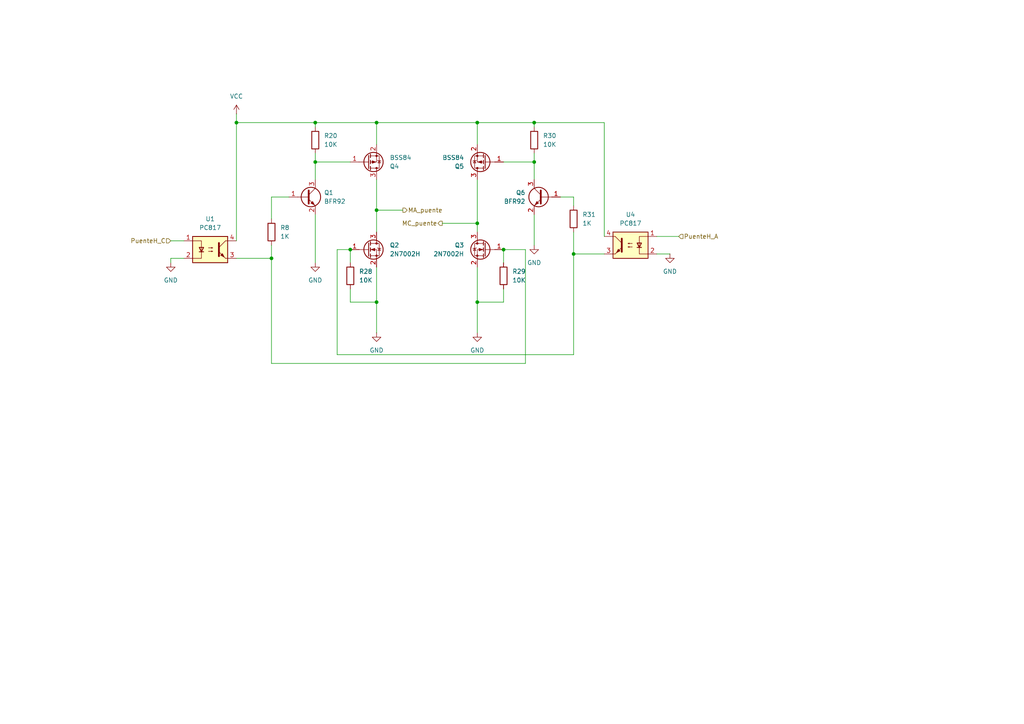
<source format=kicad_sch>
(kicad_sch
	(version 20250114)
	(generator "eeschema")
	(generator_version "9.0")
	(uuid "f60f8e2e-10b7-47d8-add0-f26129faff34")
	(paper "A4")
	(lib_symbols
		(symbol "Device:R"
			(pin_numbers
				(hide yes)
			)
			(pin_names
				(offset 0)
			)
			(exclude_from_sim no)
			(in_bom yes)
			(on_board yes)
			(property "Reference" "R"
				(at 2.032 0 90)
				(effects
					(font
						(size 1.27 1.27)
					)
				)
			)
			(property "Value" "R"
				(at 0 0 90)
				(effects
					(font
						(size 1.27 1.27)
					)
				)
			)
			(property "Footprint" ""
				(at -1.778 0 90)
				(effects
					(font
						(size 1.27 1.27)
					)
					(hide yes)
				)
			)
			(property "Datasheet" "~"
				(at 0 0 0)
				(effects
					(font
						(size 1.27 1.27)
					)
					(hide yes)
				)
			)
			(property "Description" "Resistor"
				(at 0 0 0)
				(effects
					(font
						(size 1.27 1.27)
					)
					(hide yes)
				)
			)
			(property "ki_keywords" "R res resistor"
				(at 0 0 0)
				(effects
					(font
						(size 1.27 1.27)
					)
					(hide yes)
				)
			)
			(property "ki_fp_filters" "R_*"
				(at 0 0 0)
				(effects
					(font
						(size 1.27 1.27)
					)
					(hide yes)
				)
			)
			(symbol "R_0_1"
				(rectangle
					(start -1.016 -2.54)
					(end 1.016 2.54)
					(stroke
						(width 0.254)
						(type default)
					)
					(fill
						(type none)
					)
				)
			)
			(symbol "R_1_1"
				(pin passive line
					(at 0 3.81 270)
					(length 1.27)
					(name "~"
						(effects
							(font
								(size 1.27 1.27)
							)
						)
					)
					(number "1"
						(effects
							(font
								(size 1.27 1.27)
							)
						)
					)
				)
				(pin passive line
					(at 0 -3.81 90)
					(length 1.27)
					(name "~"
						(effects
							(font
								(size 1.27 1.27)
							)
						)
					)
					(number "2"
						(effects
							(font
								(size 1.27 1.27)
							)
						)
					)
				)
			)
			(embedded_fonts no)
		)
		(symbol "Isolator:PC817"
			(pin_names
				(offset 1.016)
			)
			(exclude_from_sim no)
			(in_bom yes)
			(on_board yes)
			(property "Reference" "U"
				(at -5.08 5.08 0)
				(effects
					(font
						(size 1.27 1.27)
					)
					(justify left)
				)
			)
			(property "Value" "PC817"
				(at 0 5.08 0)
				(effects
					(font
						(size 1.27 1.27)
					)
					(justify left)
				)
			)
			(property "Footprint" "Package_DIP:DIP-4_W7.62mm"
				(at -5.08 -5.08 0)
				(effects
					(font
						(size 1.27 1.27)
						(italic yes)
					)
					(justify left)
					(hide yes)
				)
			)
			(property "Datasheet" "http://www.soselectronic.cz/a_info/resource/d/pc817.pdf"
				(at 0 0 0)
				(effects
					(font
						(size 1.27 1.27)
					)
					(justify left)
					(hide yes)
				)
			)
			(property "Description" "DC Optocoupler, Vce 35V, CTR 50-300%, DIP-4"
				(at 0 0 0)
				(effects
					(font
						(size 1.27 1.27)
					)
					(hide yes)
				)
			)
			(property "ki_keywords" "NPN DC Optocoupler"
				(at 0 0 0)
				(effects
					(font
						(size 1.27 1.27)
					)
					(hide yes)
				)
			)
			(property "ki_fp_filters" "DIP*W7.62mm*"
				(at 0 0 0)
				(effects
					(font
						(size 1.27 1.27)
					)
					(hide yes)
				)
			)
			(symbol "PC817_0_1"
				(rectangle
					(start -5.08 3.81)
					(end 5.08 -3.81)
					(stroke
						(width 0.254)
						(type default)
					)
					(fill
						(type background)
					)
				)
				(polyline
					(pts
						(xy -5.08 2.54) (xy -2.54 2.54) (xy -2.54 -0.635)
					)
					(stroke
						(width 0)
						(type default)
					)
					(fill
						(type none)
					)
				)
				(polyline
					(pts
						(xy -3.175 -0.635) (xy -1.905 -0.635)
					)
					(stroke
						(width 0.254)
						(type default)
					)
					(fill
						(type none)
					)
				)
				(polyline
					(pts
						(xy -2.54 -0.635) (xy -2.54 -2.54) (xy -5.08 -2.54)
					)
					(stroke
						(width 0)
						(type default)
					)
					(fill
						(type none)
					)
				)
				(polyline
					(pts
						(xy -2.54 -0.635) (xy -3.175 0.635) (xy -1.905 0.635) (xy -2.54 -0.635)
					)
					(stroke
						(width 0.254)
						(type default)
					)
					(fill
						(type none)
					)
				)
				(polyline
					(pts
						(xy -0.508 0.508) (xy 0.762 0.508) (xy 0.381 0.381) (xy 0.381 0.635) (xy 0.762 0.508)
					)
					(stroke
						(width 0)
						(type default)
					)
					(fill
						(type none)
					)
				)
				(polyline
					(pts
						(xy -0.508 -0.508) (xy 0.762 -0.508) (xy 0.381 -0.635) (xy 0.381 -0.381) (xy 0.762 -0.508)
					)
					(stroke
						(width 0)
						(type default)
					)
					(fill
						(type none)
					)
				)
				(polyline
					(pts
						(xy 2.54 1.905) (xy 2.54 -1.905) (xy 2.54 -1.905)
					)
					(stroke
						(width 0.508)
						(type default)
					)
					(fill
						(type none)
					)
				)
				(polyline
					(pts
						(xy 2.54 0.635) (xy 4.445 2.54)
					)
					(stroke
						(width 0)
						(type default)
					)
					(fill
						(type none)
					)
				)
				(polyline
					(pts
						(xy 3.048 -1.651) (xy 3.556 -1.143) (xy 4.064 -2.159) (xy 3.048 -1.651) (xy 3.048 -1.651)
					)
					(stroke
						(width 0)
						(type default)
					)
					(fill
						(type outline)
					)
				)
				(polyline
					(pts
						(xy 4.445 2.54) (xy 5.08 2.54)
					)
					(stroke
						(width 0)
						(type default)
					)
					(fill
						(type none)
					)
				)
				(polyline
					(pts
						(xy 4.445 -2.54) (xy 2.54 -0.635)
					)
					(stroke
						(width 0)
						(type default)
					)
					(fill
						(type outline)
					)
				)
				(polyline
					(pts
						(xy 4.445 -2.54) (xy 5.08 -2.54)
					)
					(stroke
						(width 0)
						(type default)
					)
					(fill
						(type none)
					)
				)
			)
			(symbol "PC817_1_1"
				(pin passive line
					(at -7.62 2.54 0)
					(length 2.54)
					(name "~"
						(effects
							(font
								(size 1.27 1.27)
							)
						)
					)
					(number "1"
						(effects
							(font
								(size 1.27 1.27)
							)
						)
					)
				)
				(pin passive line
					(at -7.62 -2.54 0)
					(length 2.54)
					(name "~"
						(effects
							(font
								(size 1.27 1.27)
							)
						)
					)
					(number "2"
						(effects
							(font
								(size 1.27 1.27)
							)
						)
					)
				)
				(pin passive line
					(at 7.62 2.54 180)
					(length 2.54)
					(name "~"
						(effects
							(font
								(size 1.27 1.27)
							)
						)
					)
					(number "4"
						(effects
							(font
								(size 1.27 1.27)
							)
						)
					)
				)
				(pin passive line
					(at 7.62 -2.54 180)
					(length 2.54)
					(name "~"
						(effects
							(font
								(size 1.27 1.27)
							)
						)
					)
					(number "3"
						(effects
							(font
								(size 1.27 1.27)
							)
						)
					)
				)
			)
			(embedded_fonts no)
		)
		(symbol "Transistor_BJT:BFR92"
			(pin_names
				(offset 0)
				(hide yes)
			)
			(exclude_from_sim no)
			(in_bom yes)
			(on_board yes)
			(property "Reference" "Q"
				(at 5.08 1.905 0)
				(effects
					(font
						(size 1.27 1.27)
					)
					(justify left)
				)
			)
			(property "Value" "BFR92"
				(at 5.08 0 0)
				(effects
					(font
						(size 1.27 1.27)
					)
					(justify left)
				)
			)
			(property "Footprint" "Package_TO_SOT_SMD:SOT-323_SC-70"
				(at 5.08 -1.905 0)
				(effects
					(font
						(size 1.27 1.27)
						(italic yes)
					)
					(justify left)
					(hide yes)
				)
			)
			(property "Datasheet" "https://assets.nexperia.com/documents/data-sheet/BFR92A_N.pdf"
				(at 0 0 0)
				(effects
					(font
						(size 1.27 1.27)
					)
					(justify left)
					(hide yes)
				)
			)
			(property "Description" "0.025A Ic, 15V Vce, 5GHz Wideband NPN Transistor, SOT-323"
				(at 0 0 0)
				(effects
					(font
						(size 1.27 1.27)
					)
					(hide yes)
				)
			)
			(property "ki_keywords" "RF 5GHz NPN Transistor"
				(at 0 0 0)
				(effects
					(font
						(size 1.27 1.27)
					)
					(hide yes)
				)
			)
			(property "ki_fp_filters" "SOT?323*"
				(at 0 0 0)
				(effects
					(font
						(size 1.27 1.27)
					)
					(hide yes)
				)
			)
			(symbol "BFR92_0_1"
				(polyline
					(pts
						(xy -2.54 0) (xy 0.635 0)
					)
					(stroke
						(width 0)
						(type default)
					)
					(fill
						(type none)
					)
				)
				(polyline
					(pts
						(xy 0.635 1.905) (xy 0.635 -1.905)
					)
					(stroke
						(width 0.508)
						(type default)
					)
					(fill
						(type none)
					)
				)
				(circle
					(center 1.27 0)
					(radius 2.8194)
					(stroke
						(width 0.254)
						(type default)
					)
					(fill
						(type none)
					)
				)
			)
			(symbol "BFR92_1_1"
				(polyline
					(pts
						(xy 0.635 0.635) (xy 2.54 2.54)
					)
					(stroke
						(width 0)
						(type default)
					)
					(fill
						(type none)
					)
				)
				(polyline
					(pts
						(xy 0.635 -0.635) (xy 2.54 -2.54)
					)
					(stroke
						(width 0)
						(type default)
					)
					(fill
						(type none)
					)
				)
				(polyline
					(pts
						(xy 1.27 -1.778) (xy 1.778 -1.27) (xy 2.286 -2.286) (xy 1.27 -1.778)
					)
					(stroke
						(width 0)
						(type default)
					)
					(fill
						(type outline)
					)
				)
				(pin input line
					(at -5.08 0 0)
					(length 2.54)
					(name "B"
						(effects
							(font
								(size 1.27 1.27)
							)
						)
					)
					(number "1"
						(effects
							(font
								(size 1.27 1.27)
							)
						)
					)
				)
				(pin passive line
					(at 2.54 5.08 270)
					(length 2.54)
					(name "C"
						(effects
							(font
								(size 1.27 1.27)
							)
						)
					)
					(number "3"
						(effects
							(font
								(size 1.27 1.27)
							)
						)
					)
				)
				(pin passive line
					(at 2.54 -5.08 90)
					(length 2.54)
					(name "E"
						(effects
							(font
								(size 1.27 1.27)
							)
						)
					)
					(number "2"
						(effects
							(font
								(size 1.27 1.27)
							)
						)
					)
				)
			)
			(embedded_fonts no)
		)
		(symbol "Transistor_FET:2N7002H"
			(pin_names
				(hide yes)
			)
			(exclude_from_sim no)
			(in_bom yes)
			(on_board yes)
			(property "Reference" "Q"
				(at 5.08 1.905 0)
				(effects
					(font
						(size 1.27 1.27)
					)
					(justify left)
				)
			)
			(property "Value" "2N7002H"
				(at 5.08 0 0)
				(effects
					(font
						(size 1.27 1.27)
					)
					(justify left)
				)
			)
			(property "Footprint" "Package_TO_SOT_SMD:SOT-23"
				(at 5.08 -1.905 0)
				(effects
					(font
						(size 1.27 1.27)
						(italic yes)
					)
					(justify left)
					(hide yes)
				)
			)
			(property "Datasheet" "http://www.diodes.com/assets/Datasheets/2N7002H.pdf"
				(at 5.08 -3.81 0)
				(effects
					(font
						(size 1.27 1.27)
					)
					(justify left)
					(hide yes)
				)
			)
			(property "Description" "0.21A Id, 60V Vds, N-Channel MOSFET, SOT-23"
				(at 0 0 0)
				(effects
					(font
						(size 1.27 1.27)
					)
					(hide yes)
				)
			)
			(property "ki_keywords" "N-Channel MOSFET"
				(at 0 0 0)
				(effects
					(font
						(size 1.27 1.27)
					)
					(hide yes)
				)
			)
			(property "ki_fp_filters" "SOT?23*"
				(at 0 0 0)
				(effects
					(font
						(size 1.27 1.27)
					)
					(hide yes)
				)
			)
			(symbol "2N7002H_0_1"
				(polyline
					(pts
						(xy 0.254 1.905) (xy 0.254 -1.905)
					)
					(stroke
						(width 0.254)
						(type default)
					)
					(fill
						(type none)
					)
				)
				(polyline
					(pts
						(xy 0.254 0) (xy -2.54 0)
					)
					(stroke
						(width 0)
						(type default)
					)
					(fill
						(type none)
					)
				)
				(polyline
					(pts
						(xy 0.762 2.286) (xy 0.762 1.27)
					)
					(stroke
						(width 0.254)
						(type default)
					)
					(fill
						(type none)
					)
				)
				(polyline
					(pts
						(xy 0.762 0.508) (xy 0.762 -0.508)
					)
					(stroke
						(width 0.254)
						(type default)
					)
					(fill
						(type none)
					)
				)
				(polyline
					(pts
						(xy 0.762 -1.27) (xy 0.762 -2.286)
					)
					(stroke
						(width 0.254)
						(type default)
					)
					(fill
						(type none)
					)
				)
				(polyline
					(pts
						(xy 0.762 -1.778) (xy 3.302 -1.778) (xy 3.302 1.778) (xy 0.762 1.778)
					)
					(stroke
						(width 0)
						(type default)
					)
					(fill
						(type none)
					)
				)
				(polyline
					(pts
						(xy 1.016 0) (xy 2.032 0.381) (xy 2.032 -0.381) (xy 1.016 0)
					)
					(stroke
						(width 0)
						(type default)
					)
					(fill
						(type outline)
					)
				)
				(circle
					(center 1.651 0)
					(radius 2.794)
					(stroke
						(width 0.254)
						(type default)
					)
					(fill
						(type none)
					)
				)
				(polyline
					(pts
						(xy 2.54 2.54) (xy 2.54 1.778)
					)
					(stroke
						(width 0)
						(type default)
					)
					(fill
						(type none)
					)
				)
				(circle
					(center 2.54 1.778)
					(radius 0.254)
					(stroke
						(width 0)
						(type default)
					)
					(fill
						(type outline)
					)
				)
				(circle
					(center 2.54 -1.778)
					(radius 0.254)
					(stroke
						(width 0)
						(type default)
					)
					(fill
						(type outline)
					)
				)
				(polyline
					(pts
						(xy 2.54 -2.54) (xy 2.54 0) (xy 0.762 0)
					)
					(stroke
						(width 0)
						(type default)
					)
					(fill
						(type none)
					)
				)
				(polyline
					(pts
						(xy 2.794 0.508) (xy 2.921 0.381) (xy 3.683 0.381) (xy 3.81 0.254)
					)
					(stroke
						(width 0)
						(type default)
					)
					(fill
						(type none)
					)
				)
				(polyline
					(pts
						(xy 3.302 0.381) (xy 2.921 -0.254) (xy 3.683 -0.254) (xy 3.302 0.381)
					)
					(stroke
						(width 0)
						(type default)
					)
					(fill
						(type none)
					)
				)
			)
			(symbol "2N7002H_1_1"
				(pin input line
					(at -5.08 0 0)
					(length 2.54)
					(name "G"
						(effects
							(font
								(size 1.27 1.27)
							)
						)
					)
					(number "1"
						(effects
							(font
								(size 1.27 1.27)
							)
						)
					)
				)
				(pin passive line
					(at 2.54 5.08 270)
					(length 2.54)
					(name "D"
						(effects
							(font
								(size 1.27 1.27)
							)
						)
					)
					(number "3"
						(effects
							(font
								(size 1.27 1.27)
							)
						)
					)
				)
				(pin passive line
					(at 2.54 -5.08 90)
					(length 2.54)
					(name "S"
						(effects
							(font
								(size 1.27 1.27)
							)
						)
					)
					(number "2"
						(effects
							(font
								(size 1.27 1.27)
							)
						)
					)
				)
			)
			(embedded_fonts no)
		)
		(symbol "Transistor_FET:BSS84"
			(pin_names
				(hide yes)
			)
			(exclude_from_sim no)
			(in_bom yes)
			(on_board yes)
			(property "Reference" "Q"
				(at 5.08 1.905 0)
				(effects
					(font
						(size 1.27 1.27)
					)
					(justify left)
				)
			)
			(property "Value" "BSS84"
				(at 5.08 0 0)
				(effects
					(font
						(size 1.27 1.27)
					)
					(justify left)
				)
			)
			(property "Footprint" "Package_TO_SOT_SMD:SOT-23"
				(at 5.08 -1.905 0)
				(effects
					(font
						(size 1.27 1.27)
						(italic yes)
					)
					(justify left)
					(hide yes)
				)
			)
			(property "Datasheet" "http://assets.nexperia.com/documents/data-sheet/BSS84.pdf"
				(at 5.08 -3.81 0)
				(effects
					(font
						(size 1.27 1.27)
					)
					(justify left)
					(hide yes)
				)
			)
			(property "Description" "-0.13A Id, -50V Vds, P-Channel MOSFET, SOT-23"
				(at 0 0 0)
				(effects
					(font
						(size 1.27 1.27)
					)
					(hide yes)
				)
			)
			(property "ki_keywords" "P-Channel MOSFET"
				(at 0 0 0)
				(effects
					(font
						(size 1.27 1.27)
					)
					(hide yes)
				)
			)
			(property "ki_fp_filters" "SOT?23*"
				(at 0 0 0)
				(effects
					(font
						(size 1.27 1.27)
					)
					(hide yes)
				)
			)
			(symbol "BSS84_0_1"
				(polyline
					(pts
						(xy 0.254 1.905) (xy 0.254 -1.905)
					)
					(stroke
						(width 0.254)
						(type default)
					)
					(fill
						(type none)
					)
				)
				(polyline
					(pts
						(xy 0.254 0) (xy -2.54 0)
					)
					(stroke
						(width 0)
						(type default)
					)
					(fill
						(type none)
					)
				)
				(polyline
					(pts
						(xy 0.762 2.286) (xy 0.762 1.27)
					)
					(stroke
						(width 0.254)
						(type default)
					)
					(fill
						(type none)
					)
				)
				(polyline
					(pts
						(xy 0.762 1.778) (xy 3.302 1.778) (xy 3.302 -1.778) (xy 0.762 -1.778)
					)
					(stroke
						(width 0)
						(type default)
					)
					(fill
						(type none)
					)
				)
				(polyline
					(pts
						(xy 0.762 0.508) (xy 0.762 -0.508)
					)
					(stroke
						(width 0.254)
						(type default)
					)
					(fill
						(type none)
					)
				)
				(polyline
					(pts
						(xy 0.762 -1.27) (xy 0.762 -2.286)
					)
					(stroke
						(width 0.254)
						(type default)
					)
					(fill
						(type none)
					)
				)
				(circle
					(center 1.651 0)
					(radius 2.794)
					(stroke
						(width 0.254)
						(type default)
					)
					(fill
						(type none)
					)
				)
				(polyline
					(pts
						(xy 2.286 0) (xy 1.27 0.381) (xy 1.27 -0.381) (xy 2.286 0)
					)
					(stroke
						(width 0)
						(type default)
					)
					(fill
						(type outline)
					)
				)
				(polyline
					(pts
						(xy 2.54 2.54) (xy 2.54 1.778)
					)
					(stroke
						(width 0)
						(type default)
					)
					(fill
						(type none)
					)
				)
				(circle
					(center 2.54 1.778)
					(radius 0.254)
					(stroke
						(width 0)
						(type default)
					)
					(fill
						(type outline)
					)
				)
				(circle
					(center 2.54 -1.778)
					(radius 0.254)
					(stroke
						(width 0)
						(type default)
					)
					(fill
						(type outline)
					)
				)
				(polyline
					(pts
						(xy 2.54 -2.54) (xy 2.54 0) (xy 0.762 0)
					)
					(stroke
						(width 0)
						(type default)
					)
					(fill
						(type none)
					)
				)
				(polyline
					(pts
						(xy 2.794 -0.508) (xy 2.921 -0.381) (xy 3.683 -0.381) (xy 3.81 -0.254)
					)
					(stroke
						(width 0)
						(type default)
					)
					(fill
						(type none)
					)
				)
				(polyline
					(pts
						(xy 3.302 -0.381) (xy 2.921 0.254) (xy 3.683 0.254) (xy 3.302 -0.381)
					)
					(stroke
						(width 0)
						(type default)
					)
					(fill
						(type none)
					)
				)
			)
			(symbol "BSS84_1_1"
				(pin input line
					(at -5.08 0 0)
					(length 2.54)
					(name "G"
						(effects
							(font
								(size 1.27 1.27)
							)
						)
					)
					(number "1"
						(effects
							(font
								(size 1.27 1.27)
							)
						)
					)
				)
				(pin passive line
					(at 2.54 5.08 270)
					(length 2.54)
					(name "D"
						(effects
							(font
								(size 1.27 1.27)
							)
						)
					)
					(number "3"
						(effects
							(font
								(size 1.27 1.27)
							)
						)
					)
				)
				(pin passive line
					(at 2.54 -5.08 90)
					(length 2.54)
					(name "S"
						(effects
							(font
								(size 1.27 1.27)
							)
						)
					)
					(number "2"
						(effects
							(font
								(size 1.27 1.27)
							)
						)
					)
				)
			)
			(embedded_fonts no)
		)
		(symbol "power:GND"
			(power)
			(pin_numbers
				(hide yes)
			)
			(pin_names
				(offset 0)
				(hide yes)
			)
			(exclude_from_sim no)
			(in_bom yes)
			(on_board yes)
			(property "Reference" "#PWR"
				(at 0 -6.35 0)
				(effects
					(font
						(size 1.27 1.27)
					)
					(hide yes)
				)
			)
			(property "Value" "GND"
				(at 0 -3.81 0)
				(effects
					(font
						(size 1.27 1.27)
					)
				)
			)
			(property "Footprint" ""
				(at 0 0 0)
				(effects
					(font
						(size 1.27 1.27)
					)
					(hide yes)
				)
			)
			(property "Datasheet" ""
				(at 0 0 0)
				(effects
					(font
						(size 1.27 1.27)
					)
					(hide yes)
				)
			)
			(property "Description" "Power symbol creates a global label with name \"GND\" , ground"
				(at 0 0 0)
				(effects
					(font
						(size 1.27 1.27)
					)
					(hide yes)
				)
			)
			(property "ki_keywords" "global power"
				(at 0 0 0)
				(effects
					(font
						(size 1.27 1.27)
					)
					(hide yes)
				)
			)
			(symbol "GND_0_1"
				(polyline
					(pts
						(xy 0 0) (xy 0 -1.27) (xy 1.27 -1.27) (xy 0 -2.54) (xy -1.27 -1.27) (xy 0 -1.27)
					)
					(stroke
						(width 0)
						(type default)
					)
					(fill
						(type none)
					)
				)
			)
			(symbol "GND_1_1"
				(pin power_in line
					(at 0 0 270)
					(length 0)
					(name "~"
						(effects
							(font
								(size 1.27 1.27)
							)
						)
					)
					(number "1"
						(effects
							(font
								(size 1.27 1.27)
							)
						)
					)
				)
			)
			(embedded_fonts no)
		)
		(symbol "power:VCC"
			(power)
			(pin_numbers
				(hide yes)
			)
			(pin_names
				(offset 0)
				(hide yes)
			)
			(exclude_from_sim no)
			(in_bom yes)
			(on_board yes)
			(property "Reference" "#PWR"
				(at 0 -3.81 0)
				(effects
					(font
						(size 1.27 1.27)
					)
					(hide yes)
				)
			)
			(property "Value" "VCC"
				(at 0 3.556 0)
				(effects
					(font
						(size 1.27 1.27)
					)
				)
			)
			(property "Footprint" ""
				(at 0 0 0)
				(effects
					(font
						(size 1.27 1.27)
					)
					(hide yes)
				)
			)
			(property "Datasheet" ""
				(at 0 0 0)
				(effects
					(font
						(size 1.27 1.27)
					)
					(hide yes)
				)
			)
			(property "Description" "Power symbol creates a global label with name \"VCC\""
				(at 0 0 0)
				(effects
					(font
						(size 1.27 1.27)
					)
					(hide yes)
				)
			)
			(property "ki_keywords" "global power"
				(at 0 0 0)
				(effects
					(font
						(size 1.27 1.27)
					)
					(hide yes)
				)
			)
			(symbol "VCC_0_1"
				(polyline
					(pts
						(xy -0.762 1.27) (xy 0 2.54)
					)
					(stroke
						(width 0)
						(type default)
					)
					(fill
						(type none)
					)
				)
				(polyline
					(pts
						(xy 0 2.54) (xy 0.762 1.27)
					)
					(stroke
						(width 0)
						(type default)
					)
					(fill
						(type none)
					)
				)
				(polyline
					(pts
						(xy 0 0) (xy 0 2.54)
					)
					(stroke
						(width 0)
						(type default)
					)
					(fill
						(type none)
					)
				)
			)
			(symbol "VCC_1_1"
				(pin power_in line
					(at 0 0 90)
					(length 0)
					(name "~"
						(effects
							(font
								(size 1.27 1.27)
							)
						)
					)
					(number "1"
						(effects
							(font
								(size 1.27 1.27)
							)
						)
					)
				)
			)
			(embedded_fonts no)
		)
	)
	(junction
		(at 166.37 73.66)
		(diameter 0)
		(color 0 0 0 0)
		(uuid "0645ba93-179e-4564-bd4a-42d24c5c56c3")
	)
	(junction
		(at 138.43 35.56)
		(diameter 0)
		(color 0 0 0 0)
		(uuid "0b29df11-a702-4685-a121-99ff257c1ae0")
	)
	(junction
		(at 109.22 35.56)
		(diameter 0)
		(color 0 0 0 0)
		(uuid "14bd32dd-e04c-49da-917e-c07b5263714e")
	)
	(junction
		(at 154.94 46.99)
		(diameter 0)
		(color 0 0 0 0)
		(uuid "19a405b0-eb83-480f-8a61-b3db1c397118")
	)
	(junction
		(at 138.43 87.63)
		(diameter 0)
		(color 0 0 0 0)
		(uuid "2451b632-a6fd-4156-862e-db21c306df4e")
	)
	(junction
		(at 91.44 35.56)
		(diameter 0)
		(color 0 0 0 0)
		(uuid "2d0ee4e5-457b-45f8-93c6-2d4ed384ede6")
	)
	(junction
		(at 91.44 46.99)
		(diameter 0)
		(color 0 0 0 0)
		(uuid "310ff370-1cc9-4046-93bc-192b7c6d9803")
	)
	(junction
		(at 138.43 64.77)
		(diameter 0)
		(color 0 0 0 0)
		(uuid "5e2e68b3-d794-473e-9882-696b167370b3")
	)
	(junction
		(at 68.58 35.56)
		(diameter 0)
		(color 0 0 0 0)
		(uuid "6ccdefb4-8723-43dd-9291-9f663bc8757f")
	)
	(junction
		(at 154.94 35.56)
		(diameter 0)
		(color 0 0 0 0)
		(uuid "ba1487b4-8291-404c-abf7-e8b0c00025f5")
	)
	(junction
		(at 109.22 87.63)
		(diameter 0)
		(color 0 0 0 0)
		(uuid "bc73bd7c-780e-4db7-b5ac-b01fbe60de66")
	)
	(junction
		(at 146.05 72.39)
		(diameter 0)
		(color 0 0 0 0)
		(uuid "de2a178c-b3b9-4f1e-aa0e-258224470555")
	)
	(junction
		(at 78.74 74.93)
		(diameter 0)
		(color 0 0 0 0)
		(uuid "e6f61f61-054c-4aad-9f52-4b906202603e")
	)
	(junction
		(at 101.6 72.39)
		(diameter 0)
		(color 0 0 0 0)
		(uuid "eef7b4e5-d6bc-492d-86cc-4f16b39a8429")
	)
	(junction
		(at 109.22 60.96)
		(diameter 0)
		(color 0 0 0 0)
		(uuid "f5e277b1-8e0f-442d-a529-a647ddaaceac")
	)
	(wire
		(pts
			(xy 166.37 73.66) (xy 166.37 67.31)
		)
		(stroke
			(width 0)
			(type default)
		)
		(uuid "032b2c59-7f73-43ac-a0fc-4c878c29bf5c")
	)
	(wire
		(pts
			(xy 138.43 41.91) (xy 138.43 35.56)
		)
		(stroke
			(width 0)
			(type default)
		)
		(uuid "12111463-cb45-4ec1-8f50-ff7e7517662e")
	)
	(wire
		(pts
			(xy 175.26 68.58) (xy 175.26 35.56)
		)
		(stroke
			(width 0)
			(type default)
		)
		(uuid "148f2cfb-c1a2-4ec6-aab7-d9094fca3d11")
	)
	(wire
		(pts
			(xy 154.94 44.45) (xy 154.94 46.99)
		)
		(stroke
			(width 0)
			(type default)
		)
		(uuid "16d2760d-5fd2-490f-b106-85ed47fc408d")
	)
	(wire
		(pts
			(xy 109.22 35.56) (xy 138.43 35.56)
		)
		(stroke
			(width 0)
			(type default)
		)
		(uuid "25c0ae4d-b003-4426-9599-4239c2c7f838")
	)
	(wire
		(pts
			(xy 146.05 76.2) (xy 146.05 72.39)
		)
		(stroke
			(width 0)
			(type default)
		)
		(uuid "2f5cd1fb-988b-473a-8f1e-445b36945b14")
	)
	(wire
		(pts
			(xy 97.79 102.87) (xy 97.79 72.39)
		)
		(stroke
			(width 0)
			(type default)
		)
		(uuid "31a2d429-24aa-4042-b712-c0224bbd2692")
	)
	(wire
		(pts
			(xy 166.37 102.87) (xy 97.79 102.87)
		)
		(stroke
			(width 0)
			(type default)
		)
		(uuid "33f593aa-d873-454c-8e47-8312b1af98b0")
	)
	(wire
		(pts
			(xy 53.34 74.93) (xy 49.53 74.93)
		)
		(stroke
			(width 0)
			(type default)
		)
		(uuid "35e300bd-235c-4187-b01a-27ec68a613ff")
	)
	(wire
		(pts
			(xy 109.22 35.56) (xy 91.44 35.56)
		)
		(stroke
			(width 0)
			(type default)
		)
		(uuid "3a93848e-37ed-43e8-81a9-831d7e87eeaa")
	)
	(wire
		(pts
			(xy 138.43 52.07) (xy 138.43 64.77)
		)
		(stroke
			(width 0)
			(type default)
		)
		(uuid "3ab7df8d-e695-4a81-b304-3d7f0b3c1805")
	)
	(wire
		(pts
			(xy 101.6 76.2) (xy 101.6 72.39)
		)
		(stroke
			(width 0)
			(type default)
		)
		(uuid "3c8a8c6c-4ff7-413c-a762-149cecd4b028")
	)
	(wire
		(pts
			(xy 166.37 59.69) (xy 166.37 57.15)
		)
		(stroke
			(width 0)
			(type default)
		)
		(uuid "4567a41a-c6f6-4533-a232-05498b277358")
	)
	(wire
		(pts
			(xy 78.74 71.12) (xy 78.74 74.93)
		)
		(stroke
			(width 0)
			(type default)
		)
		(uuid "496a9eb8-23e2-4ca4-9fc7-ab2d284c8add")
	)
	(wire
		(pts
			(xy 78.74 105.41) (xy 78.74 74.93)
		)
		(stroke
			(width 0)
			(type default)
		)
		(uuid "4d19b9fd-48b2-41fa-8bc2-c7d35372d65c")
	)
	(wire
		(pts
			(xy 91.44 62.23) (xy 91.44 76.2)
		)
		(stroke
			(width 0)
			(type default)
		)
		(uuid "53a713c5-f821-43ed-b7ce-94b8d731c74b")
	)
	(wire
		(pts
			(xy 68.58 35.56) (xy 91.44 35.56)
		)
		(stroke
			(width 0)
			(type default)
		)
		(uuid "540a749a-67c9-4ba5-aa4d-2606927f2dbe")
	)
	(wire
		(pts
			(xy 146.05 83.82) (xy 146.05 87.63)
		)
		(stroke
			(width 0)
			(type default)
		)
		(uuid "5e5df8b5-93aa-44d2-9e22-07e59700e035")
	)
	(wire
		(pts
			(xy 175.26 35.56) (xy 154.94 35.56)
		)
		(stroke
			(width 0)
			(type default)
		)
		(uuid "62b12467-ec30-4da2-853c-7db99d1ca86c")
	)
	(wire
		(pts
			(xy 68.58 69.85) (xy 68.58 35.56)
		)
		(stroke
			(width 0)
			(type default)
		)
		(uuid "68fdedf7-0bad-47c9-9217-e4eb267c00de")
	)
	(wire
		(pts
			(xy 128.27 64.77) (xy 138.43 64.77)
		)
		(stroke
			(width 0)
			(type default)
		)
		(uuid "6943c3e0-4631-4b4e-bb35-11e081208b7c")
	)
	(wire
		(pts
			(xy 78.74 105.41) (xy 152.4 105.41)
		)
		(stroke
			(width 0)
			(type default)
		)
		(uuid "73882fab-7352-4073-9573-02af467bc84c")
	)
	(wire
		(pts
			(xy 91.44 46.99) (xy 91.44 52.07)
		)
		(stroke
			(width 0)
			(type default)
		)
		(uuid "784b69a5-51a3-4168-ab6d-5294bfa292f3")
	)
	(wire
		(pts
			(xy 154.94 62.23) (xy 154.94 71.12)
		)
		(stroke
			(width 0)
			(type default)
		)
		(uuid "79ec3601-d360-4379-81d1-fcf60eff48f3")
	)
	(wire
		(pts
			(xy 91.44 44.45) (xy 91.44 46.99)
		)
		(stroke
			(width 0)
			(type default)
		)
		(uuid "7e9b74ea-ef53-4d82-8a88-07e5f1a77db5")
	)
	(wire
		(pts
			(xy 49.53 74.93) (xy 49.53 76.2)
		)
		(stroke
			(width 0)
			(type default)
		)
		(uuid "802a1205-e397-45cb-a55f-9a40984f6c50")
	)
	(wire
		(pts
			(xy 138.43 77.47) (xy 138.43 87.63)
		)
		(stroke
			(width 0)
			(type default)
		)
		(uuid "88defd30-8995-4f41-9e23-8f5a22a4daf7")
	)
	(wire
		(pts
			(xy 175.26 73.66) (xy 166.37 73.66)
		)
		(stroke
			(width 0)
			(type default)
		)
		(uuid "8c02956c-dab1-4190-af6a-072d10c9d914")
	)
	(wire
		(pts
			(xy 68.58 33.02) (xy 68.58 35.56)
		)
		(stroke
			(width 0)
			(type default)
		)
		(uuid "8d21c49a-d6ae-41ee-8c02-847246dae2bb")
	)
	(wire
		(pts
			(xy 152.4 105.41) (xy 152.4 72.39)
		)
		(stroke
			(width 0)
			(type default)
		)
		(uuid "97eb06ba-9026-476d-91e8-c9e27c5e9ca5")
	)
	(wire
		(pts
			(xy 97.79 72.39) (xy 101.6 72.39)
		)
		(stroke
			(width 0)
			(type default)
		)
		(uuid "9e56ded8-b51b-4e4a-bcf3-7f271df164c7")
	)
	(wire
		(pts
			(xy 109.22 52.07) (xy 109.22 60.96)
		)
		(stroke
			(width 0)
			(type default)
		)
		(uuid "9e79bb98-c8be-4bc9-a980-083840e86e7b")
	)
	(wire
		(pts
			(xy 78.74 57.15) (xy 78.74 63.5)
		)
		(stroke
			(width 0)
			(type default)
		)
		(uuid "9f02d08e-6005-4208-a043-c538d09d6c92")
	)
	(wire
		(pts
			(xy 138.43 35.56) (xy 154.94 35.56)
		)
		(stroke
			(width 0)
			(type default)
		)
		(uuid "a6538753-11cc-43a7-a5f7-96949cbd2dac")
	)
	(wire
		(pts
			(xy 91.44 36.83) (xy 91.44 35.56)
		)
		(stroke
			(width 0)
			(type default)
		)
		(uuid "a94d98cb-7d8e-4aa2-b916-62888ceb476a")
	)
	(wire
		(pts
			(xy 190.5 68.58) (xy 196.85 68.58)
		)
		(stroke
			(width 0)
			(type default)
		)
		(uuid "aa9beb7d-87e5-4057-a4fd-c9c8d9ef99a6")
	)
	(wire
		(pts
			(xy 101.6 46.99) (xy 91.44 46.99)
		)
		(stroke
			(width 0)
			(type default)
		)
		(uuid "ac0e84a2-7f4d-4baa-b8b0-aa0ad6e107c2")
	)
	(wire
		(pts
			(xy 109.22 41.91) (xy 109.22 35.56)
		)
		(stroke
			(width 0)
			(type default)
		)
		(uuid "aff7f44e-317d-48a2-8ef2-a273c5017b28")
	)
	(wire
		(pts
			(xy 109.22 77.47) (xy 109.22 87.63)
		)
		(stroke
			(width 0)
			(type default)
		)
		(uuid "b34264e9-6ec1-4ea9-91a8-b179b61f3a30")
	)
	(wire
		(pts
			(xy 101.6 87.63) (xy 109.22 87.63)
		)
		(stroke
			(width 0)
			(type default)
		)
		(uuid "bca61fd1-ba61-4813-8f63-88435dbe5f12")
	)
	(wire
		(pts
			(xy 152.4 72.39) (xy 146.05 72.39)
		)
		(stroke
			(width 0)
			(type default)
		)
		(uuid "beb50720-ebe6-4f3e-af97-c58067cba8f8")
	)
	(wire
		(pts
			(xy 190.5 73.66) (xy 194.31 73.66)
		)
		(stroke
			(width 0)
			(type default)
		)
		(uuid "c3925616-7016-4c0b-ae8e-44720e44ab78")
	)
	(wire
		(pts
			(xy 83.82 57.15) (xy 78.74 57.15)
		)
		(stroke
			(width 0)
			(type default)
		)
		(uuid "c91524c4-d83c-4949-8c59-48ce6243b465")
	)
	(wire
		(pts
			(xy 154.94 36.83) (xy 154.94 35.56)
		)
		(stroke
			(width 0)
			(type default)
		)
		(uuid "cca9f24c-169f-4375-9f90-cd4c22bd1fd9")
	)
	(wire
		(pts
			(xy 109.22 87.63) (xy 109.22 96.52)
		)
		(stroke
			(width 0)
			(type default)
		)
		(uuid "d0e03d6e-b77d-4a71-9305-a17ba0228e68")
	)
	(wire
		(pts
			(xy 154.94 46.99) (xy 146.05 46.99)
		)
		(stroke
			(width 0)
			(type default)
		)
		(uuid "d2b79a44-afed-45e0-8aa3-cd20f18b3ab3")
	)
	(wire
		(pts
			(xy 109.22 60.96) (xy 109.22 67.31)
		)
		(stroke
			(width 0)
			(type default)
		)
		(uuid "d7fa102a-2155-4514-afcc-f0b89b18d033")
	)
	(wire
		(pts
			(xy 154.94 46.99) (xy 154.94 52.07)
		)
		(stroke
			(width 0)
			(type default)
		)
		(uuid "e090b882-d48a-49c7-bd7c-f9d3a98b63c8")
	)
	(wire
		(pts
			(xy 166.37 73.66) (xy 166.37 102.87)
		)
		(stroke
			(width 0)
			(type default)
		)
		(uuid "e363e150-d088-4d98-8032-248f3d3f9dfb")
	)
	(wire
		(pts
			(xy 138.43 87.63) (xy 146.05 87.63)
		)
		(stroke
			(width 0)
			(type default)
		)
		(uuid "e53b3150-02bb-48a2-837c-1c3f67ef0d90")
	)
	(wire
		(pts
			(xy 138.43 87.63) (xy 138.43 96.52)
		)
		(stroke
			(width 0)
			(type default)
		)
		(uuid "e798ff05-4463-4e2b-b4b5-18ae82185111")
	)
	(wire
		(pts
			(xy 109.22 60.96) (xy 116.84 60.96)
		)
		(stroke
			(width 0)
			(type default)
		)
		(uuid "e86f23e8-2e95-47ee-af43-d1ea0b97717b")
	)
	(wire
		(pts
			(xy 138.43 64.77) (xy 138.43 67.31)
		)
		(stroke
			(width 0)
			(type default)
		)
		(uuid "ef20dd8b-4cfd-4f94-b9ff-6aa9e8d8b9c6")
	)
	(wire
		(pts
			(xy 49.53 69.85) (xy 53.34 69.85)
		)
		(stroke
			(width 0)
			(type default)
		)
		(uuid "f4d434c0-8947-4eac-bbfd-854fbbd4094f")
	)
	(wire
		(pts
			(xy 101.6 83.82) (xy 101.6 87.63)
		)
		(stroke
			(width 0)
			(type default)
		)
		(uuid "f4ffb9b5-5254-41b8-aa1b-baf294afd5f5")
	)
	(wire
		(pts
			(xy 78.74 74.93) (xy 68.58 74.93)
		)
		(stroke
			(width 0)
			(type default)
		)
		(uuid "f528fd9d-b79d-447d-a162-e4fa0cc98cc1")
	)
	(wire
		(pts
			(xy 166.37 57.15) (xy 162.56 57.15)
		)
		(stroke
			(width 0)
			(type default)
		)
		(uuid "ffeee4f1-d98a-4df0-83eb-9730a8228aea")
	)
	(hierarchical_label "PuenteH_A"
		(shape input)
		(at 196.85 68.58 0)
		(effects
			(font
				(size 1.27 1.27)
			)
			(justify left)
		)
		(uuid "008f1e51-e4b1-460a-98c9-368fbc71f8a9")
	)
	(hierarchical_label "PuenteH_C"
		(shape input)
		(at 49.53 69.85 180)
		(effects
			(font
				(size 1.27 1.27)
			)
			(justify right)
		)
		(uuid "0c15a637-2f51-4f10-b24f-c10a9c143c71")
	)
	(hierarchical_label "MC_puente"
		(shape output)
		(at 128.27 64.77 180)
		(effects
			(font
				(size 1.27 1.27)
			)
			(justify right)
		)
		(uuid "5d0cf076-78b3-446c-9128-55c95cb1fd2b")
	)
	(hierarchical_label "MA_puente"
		(shape output)
		(at 116.84 60.96 0)
		(effects
			(font
				(size 1.27 1.27)
			)
			(justify left)
		)
		(uuid "a7fbd3d6-d150-41a7-a0d3-8c0b9ebf7845")
	)
	(symbol
		(lib_id "Transistor_FET:2N7002H")
		(at 140.97 72.39 0)
		(mirror y)
		(unit 1)
		(exclude_from_sim no)
		(in_bom yes)
		(on_board yes)
		(dnp no)
		(uuid "05af25b6-360b-4664-9a05-6807fc8d8055")
		(property "Reference" "Q3"
			(at 134.62 71.1199 0)
			(effects
				(font
					(size 1.27 1.27)
				)
				(justify left)
			)
		)
		(property "Value" "2N7002H"
			(at 134.62 73.6599 0)
			(effects
				(font
					(size 1.27 1.27)
				)
				(justify left)
			)
		)
		(property "Footprint" "Package_TO_SOT_SMD:SOT-23"
			(at 135.89 74.295 0)
			(effects
				(font
					(size 1.27 1.27)
					(italic yes)
				)
				(justify left)
				(hide yes)
			)
		)
		(property "Datasheet" "http://www.diodes.com/assets/Datasheets/2N7002H.pdf"
			(at 135.89 76.2 0)
			(effects
				(font
					(size 1.27 1.27)
				)
				(justify left)
				(hide yes)
			)
		)
		(property "Description" "0.21A Id, 60V Vds, N-Channel MOSFET, SOT-23"
			(at 140.97 72.39 0)
			(effects
				(font
					(size 1.27 1.27)
				)
				(hide yes)
			)
		)
		(pin "3"
			(uuid "6a81ca45-9447-4e8a-9ea2-d5f101118636")
		)
		(pin "1"
			(uuid "93c4f072-77c6-4016-9c49-1fe82dcb956a")
		)
		(pin "2"
			(uuid "99ee774d-9719-4aac-bc83-d9deadb9c24b")
		)
		(instances
			(project "Micro_puerta"
				(path "/1b977d99-1d22-4971-9e37-13f65a474bc7/be4a5a19-382f-465e-8ce7-b4d36dda7d2a/f37f3d81-c124-4514-96cc-c3f6281f6816"
					(reference "Q3")
					(unit 1)
				)
			)
		)
	)
	(symbol
		(lib_id "Transistor_BJT:BFR92")
		(at 157.48 57.15 0)
		(mirror y)
		(unit 1)
		(exclude_from_sim no)
		(in_bom yes)
		(on_board yes)
		(dnp no)
		(uuid "0bfac645-7cb5-474e-ac35-2b2524a820db")
		(property "Reference" "Q6"
			(at 152.4 55.8799 0)
			(effects
				(font
					(size 1.27 1.27)
				)
				(justify left)
			)
		)
		(property "Value" "BFR92"
			(at 152.4 58.4199 0)
			(effects
				(font
					(size 1.27 1.27)
				)
				(justify left)
			)
		)
		(property "Footprint" "Package_TO_SOT_SMD:SOT-323_SC-70"
			(at 152.4 59.055 0)
			(effects
				(font
					(size 1.27 1.27)
					(italic yes)
				)
				(justify left)
				(hide yes)
			)
		)
		(property "Datasheet" "https://assets.nexperia.com/documents/data-sheet/BFR92A_N.pdf"
			(at 157.48 57.15 0)
			(effects
				(font
					(size 1.27 1.27)
				)
				(justify left)
				(hide yes)
			)
		)
		(property "Description" "0.025A Ic, 15V Vce, 5GHz Wideband NPN Transistor, SOT-323"
			(at 157.48 57.15 0)
			(effects
				(font
					(size 1.27 1.27)
				)
				(hide yes)
			)
		)
		(pin "1"
			(uuid "2ccf26a2-55ef-41d2-bb1b-6c289c349de9")
		)
		(pin "2"
			(uuid "420bc29c-3c03-45c1-943e-36d25ec727b9")
		)
		(pin "3"
			(uuid "33c046fb-f257-4a85-ab9b-a76dae64683d")
		)
		(instances
			(project "Micro_puerta"
				(path "/1b977d99-1d22-4971-9e37-13f65a474bc7/be4a5a19-382f-465e-8ce7-b4d36dda7d2a/f37f3d81-c124-4514-96cc-c3f6281f6816"
					(reference "Q6")
					(unit 1)
				)
			)
		)
	)
	(symbol
		(lib_id "Device:R")
		(at 166.37 63.5 0)
		(unit 1)
		(exclude_from_sim no)
		(in_bom yes)
		(on_board yes)
		(dnp no)
		(fields_autoplaced yes)
		(uuid "10a8f412-648f-47c2-97b0-d89a1321024c")
		(property "Reference" "R31"
			(at 168.91 62.2299 0)
			(effects
				(font
					(size 1.27 1.27)
				)
				(justify left)
			)
		)
		(property "Value" "1K"
			(at 168.91 64.7699 0)
			(effects
				(font
					(size 1.27 1.27)
				)
				(justify left)
			)
		)
		(property "Footprint" "Resistor_SMD:R_0603_1608Metric"
			(at 164.592 63.5 90)
			(effects
				(font
					(size 1.27 1.27)
				)
				(hide yes)
			)
		)
		(property "Datasheet" "~"
			(at 166.37 63.5 0)
			(effects
				(font
					(size 1.27 1.27)
				)
				(hide yes)
			)
		)
		(property "Description" "Resistor"
			(at 166.37 63.5 0)
			(effects
				(font
					(size 1.27 1.27)
				)
				(hide yes)
			)
		)
		(pin "2"
			(uuid "a00a916f-14c7-4326-b3b5-e003c93f6bfe")
		)
		(pin "1"
			(uuid "0b217f08-69a2-46e2-bae4-65958b6da84d")
		)
		(instances
			(project "Micro_puerta"
				(path "/1b977d99-1d22-4971-9e37-13f65a474bc7/be4a5a19-382f-465e-8ce7-b4d36dda7d2a/f37f3d81-c124-4514-96cc-c3f6281f6816"
					(reference "R31")
					(unit 1)
				)
			)
		)
	)
	(symbol
		(lib_id "power:GND")
		(at 154.94 71.12 0)
		(unit 1)
		(exclude_from_sim no)
		(in_bom yes)
		(on_board yes)
		(dnp no)
		(fields_autoplaced yes)
		(uuid "29971bc6-1c44-4ba1-9985-75a0b9338730")
		(property "Reference" "#PWR045"
			(at 154.94 77.47 0)
			(effects
				(font
					(size 1.27 1.27)
				)
				(hide yes)
			)
		)
		(property "Value" "GND"
			(at 154.94 76.2 0)
			(effects
				(font
					(size 1.27 1.27)
				)
			)
		)
		(property "Footprint" ""
			(at 154.94 71.12 0)
			(effects
				(font
					(size 1.27 1.27)
				)
				(hide yes)
			)
		)
		(property "Datasheet" ""
			(at 154.94 71.12 0)
			(effects
				(font
					(size 1.27 1.27)
				)
				(hide yes)
			)
		)
		(property "Description" "Power symbol creates a global label with name \"GND\" , ground"
			(at 154.94 71.12 0)
			(effects
				(font
					(size 1.27 1.27)
				)
				(hide yes)
			)
		)
		(pin "1"
			(uuid "645a1be6-7a54-45b6-aa9f-db84d9c5dfc2")
		)
		(instances
			(project "Micro_puerta"
				(path "/1b977d99-1d22-4971-9e37-13f65a474bc7/be4a5a19-382f-465e-8ce7-b4d36dda7d2a/f37f3d81-c124-4514-96cc-c3f6281f6816"
					(reference "#PWR045")
					(unit 1)
				)
			)
		)
	)
	(symbol
		(lib_id "power:VCC")
		(at 68.58 33.02 0)
		(unit 1)
		(exclude_from_sim no)
		(in_bom yes)
		(on_board yes)
		(dnp no)
		(fields_autoplaced yes)
		(uuid "3e494e7b-a425-45af-a539-560dbf4f991b")
		(property "Reference" "#PWR026"
			(at 68.58 36.83 0)
			(effects
				(font
					(size 1.27 1.27)
				)
				(hide yes)
			)
		)
		(property "Value" "VCC"
			(at 68.58 27.94 0)
			(effects
				(font
					(size 1.27 1.27)
				)
			)
		)
		(property "Footprint" ""
			(at 68.58 33.02 0)
			(effects
				(font
					(size 1.27 1.27)
				)
				(hide yes)
			)
		)
		(property "Datasheet" ""
			(at 68.58 33.02 0)
			(effects
				(font
					(size 1.27 1.27)
				)
				(hide yes)
			)
		)
		(property "Description" "Power symbol creates a global label with name \"VCC\""
			(at 68.58 33.02 0)
			(effects
				(font
					(size 1.27 1.27)
				)
				(hide yes)
			)
		)
		(pin "1"
			(uuid "1f6e6cdf-90db-47c5-81fc-b909e354a16f")
		)
		(instances
			(project ""
				(path "/1b977d99-1d22-4971-9e37-13f65a474bc7/be4a5a19-382f-465e-8ce7-b4d36dda7d2a/f37f3d81-c124-4514-96cc-c3f6281f6816"
					(reference "#PWR026")
					(unit 1)
				)
			)
		)
	)
	(symbol
		(lib_id "power:GND")
		(at 49.53 76.2 0)
		(unit 1)
		(exclude_from_sim no)
		(in_bom yes)
		(on_board yes)
		(dnp no)
		(fields_autoplaced yes)
		(uuid "41dd4f27-8379-4fd2-97bb-4b7a4dac4149")
		(property "Reference" "#PWR018"
			(at 49.53 82.55 0)
			(effects
				(font
					(size 1.27 1.27)
				)
				(hide yes)
			)
		)
		(property "Value" "GND"
			(at 49.53 81.28 0)
			(effects
				(font
					(size 1.27 1.27)
				)
			)
		)
		(property "Footprint" ""
			(at 49.53 76.2 0)
			(effects
				(font
					(size 1.27 1.27)
				)
				(hide yes)
			)
		)
		(property "Datasheet" ""
			(at 49.53 76.2 0)
			(effects
				(font
					(size 1.27 1.27)
				)
				(hide yes)
			)
		)
		(property "Description" "Power symbol creates a global label with name \"GND\" , ground"
			(at 49.53 76.2 0)
			(effects
				(font
					(size 1.27 1.27)
				)
				(hide yes)
			)
		)
		(pin "1"
			(uuid "eb60112c-d104-4843-93a2-081b10b64940")
		)
		(instances
			(project ""
				(path "/1b977d99-1d22-4971-9e37-13f65a474bc7/be4a5a19-382f-465e-8ce7-b4d36dda7d2a/f37f3d81-c124-4514-96cc-c3f6281f6816"
					(reference "#PWR018")
					(unit 1)
				)
			)
		)
	)
	(symbol
		(lib_id "Transistor_FET:BSS84")
		(at 140.97 46.99 180)
		(unit 1)
		(exclude_from_sim no)
		(in_bom yes)
		(on_board yes)
		(dnp no)
		(uuid "4daf7f1f-a893-41b8-b98e-c99237dbbb5b")
		(property "Reference" "Q5"
			(at 134.62 48.2601 0)
			(effects
				(font
					(size 1.27 1.27)
				)
				(justify left)
			)
		)
		(property "Value" "BSS84"
			(at 134.62 45.7201 0)
			(effects
				(font
					(size 1.27 1.27)
				)
				(justify left)
			)
		)
		(property "Footprint" "Package_TO_SOT_SMD:SOT-23"
			(at 135.89 45.085 0)
			(effects
				(font
					(size 1.27 1.27)
					(italic yes)
				)
				(justify left)
				(hide yes)
			)
		)
		(property "Datasheet" "http://assets.nexperia.com/documents/data-sheet/BSS84.pdf"
			(at 135.89 43.18 0)
			(effects
				(font
					(size 1.27 1.27)
				)
				(justify left)
				(hide yes)
			)
		)
		(property "Description" "-0.13A Id, -50V Vds, P-Channel MOSFET, SOT-23"
			(at 140.97 46.99 0)
			(effects
				(font
					(size 1.27 1.27)
				)
				(hide yes)
			)
		)
		(pin "3"
			(uuid "76c56ac6-0c29-4f85-81ff-77557e6f5959")
		)
		(pin "1"
			(uuid "9fdab60e-355e-463c-b8a9-348b986a0d86")
		)
		(pin "2"
			(uuid "d8e00fc9-9115-405f-8eec-bbe30a6dac12")
		)
		(instances
			(project "Micro_puerta"
				(path "/1b977d99-1d22-4971-9e37-13f65a474bc7/be4a5a19-382f-465e-8ce7-b4d36dda7d2a/f37f3d81-c124-4514-96cc-c3f6281f6816"
					(reference "Q5")
					(unit 1)
				)
			)
		)
	)
	(symbol
		(lib_id "power:GND")
		(at 109.22 96.52 0)
		(unit 1)
		(exclude_from_sim no)
		(in_bom yes)
		(on_board yes)
		(dnp no)
		(fields_autoplaced yes)
		(uuid "5aac0fbf-cbff-4ff2-9e18-59fb43f551f4")
		(property "Reference" "#PWR042"
			(at 109.22 102.87 0)
			(effects
				(font
					(size 1.27 1.27)
				)
				(hide yes)
			)
		)
		(property "Value" "GND"
			(at 109.22 101.6 0)
			(effects
				(font
					(size 1.27 1.27)
				)
			)
		)
		(property "Footprint" ""
			(at 109.22 96.52 0)
			(effects
				(font
					(size 1.27 1.27)
				)
				(hide yes)
			)
		)
		(property "Datasheet" ""
			(at 109.22 96.52 0)
			(effects
				(font
					(size 1.27 1.27)
				)
				(hide yes)
			)
		)
		(property "Description" "Power symbol creates a global label with name \"GND\" , ground"
			(at 109.22 96.52 0)
			(effects
				(font
					(size 1.27 1.27)
				)
				(hide yes)
			)
		)
		(pin "1"
			(uuid "478810be-807b-49ee-844f-b40267b2e867")
		)
		(instances
			(project "Micro_puerta"
				(path "/1b977d99-1d22-4971-9e37-13f65a474bc7/be4a5a19-382f-465e-8ce7-b4d36dda7d2a/f37f3d81-c124-4514-96cc-c3f6281f6816"
					(reference "#PWR042")
					(unit 1)
				)
			)
		)
	)
	(symbol
		(lib_id "Device:R")
		(at 91.44 40.64 0)
		(unit 1)
		(exclude_from_sim no)
		(in_bom yes)
		(on_board yes)
		(dnp no)
		(fields_autoplaced yes)
		(uuid "6ac6c64d-549d-4c2e-bc22-655fc02bb2b8")
		(property "Reference" "R20"
			(at 93.98 39.3699 0)
			(effects
				(font
					(size 1.27 1.27)
				)
				(justify left)
			)
		)
		(property "Value" "10K"
			(at 93.98 41.9099 0)
			(effects
				(font
					(size 1.27 1.27)
				)
				(justify left)
			)
		)
		(property "Footprint" "Resistor_SMD:R_0603_1608Metric"
			(at 89.662 40.64 90)
			(effects
				(font
					(size 1.27 1.27)
				)
				(hide yes)
			)
		)
		(property "Datasheet" "~"
			(at 91.44 40.64 0)
			(effects
				(font
					(size 1.27 1.27)
				)
				(hide yes)
			)
		)
		(property "Description" "Resistor"
			(at 91.44 40.64 0)
			(effects
				(font
					(size 1.27 1.27)
				)
				(hide yes)
			)
		)
		(pin "2"
			(uuid "85ae5151-6b22-4d46-b561-077a354de603")
		)
		(pin "1"
			(uuid "aa72522b-b97b-473e-8355-3de4f5a5cd2c")
		)
		(instances
			(project "Micro_puerta"
				(path "/1b977d99-1d22-4971-9e37-13f65a474bc7/be4a5a19-382f-465e-8ce7-b4d36dda7d2a/f37f3d81-c124-4514-96cc-c3f6281f6816"
					(reference "R20")
					(unit 1)
				)
			)
		)
	)
	(symbol
		(lib_id "Transistor_BJT:BFR92")
		(at 88.9 57.15 0)
		(unit 1)
		(exclude_from_sim no)
		(in_bom yes)
		(on_board yes)
		(dnp no)
		(fields_autoplaced yes)
		(uuid "93a7388a-dd62-426f-9923-62cf8c34f42f")
		(property "Reference" "Q1"
			(at 93.98 55.8799 0)
			(effects
				(font
					(size 1.27 1.27)
				)
				(justify left)
			)
		)
		(property "Value" "BFR92"
			(at 93.98 58.4199 0)
			(effects
				(font
					(size 1.27 1.27)
				)
				(justify left)
			)
		)
		(property "Footprint" "Package_TO_SOT_SMD:SOT-323_SC-70"
			(at 93.98 59.055 0)
			(effects
				(font
					(size 1.27 1.27)
					(italic yes)
				)
				(justify left)
				(hide yes)
			)
		)
		(property "Datasheet" "https://assets.nexperia.com/documents/data-sheet/BFR92A_N.pdf"
			(at 88.9 57.15 0)
			(effects
				(font
					(size 1.27 1.27)
				)
				(justify left)
				(hide yes)
			)
		)
		(property "Description" "0.025A Ic, 15V Vce, 5GHz Wideband NPN Transistor, SOT-323"
			(at 88.9 57.15 0)
			(effects
				(font
					(size 1.27 1.27)
				)
				(hide yes)
			)
		)
		(pin "1"
			(uuid "ed107f25-8469-4583-8353-52157a8c1cd2")
		)
		(pin "2"
			(uuid "facb4983-8f60-48d7-a1e9-dd86daa8b00b")
		)
		(pin "3"
			(uuid "4a35be8f-3701-457a-93b5-813c44f5e662")
		)
		(instances
			(project ""
				(path "/1b977d99-1d22-4971-9e37-13f65a474bc7/be4a5a19-382f-465e-8ce7-b4d36dda7d2a/f37f3d81-c124-4514-96cc-c3f6281f6816"
					(reference "Q1")
					(unit 1)
				)
			)
		)
	)
	(symbol
		(lib_id "power:GND")
		(at 91.44 76.2 0)
		(unit 1)
		(exclude_from_sim no)
		(in_bom yes)
		(on_board yes)
		(dnp no)
		(fields_autoplaced yes)
		(uuid "9a93c12b-271f-494e-b0c0-f1a087382f9e")
		(property "Reference" "#PWR034"
			(at 91.44 82.55 0)
			(effects
				(font
					(size 1.27 1.27)
				)
				(hide yes)
			)
		)
		(property "Value" "GND"
			(at 91.44 81.28 0)
			(effects
				(font
					(size 1.27 1.27)
				)
			)
		)
		(property "Footprint" ""
			(at 91.44 76.2 0)
			(effects
				(font
					(size 1.27 1.27)
				)
				(hide yes)
			)
		)
		(property "Datasheet" ""
			(at 91.44 76.2 0)
			(effects
				(font
					(size 1.27 1.27)
				)
				(hide yes)
			)
		)
		(property "Description" "Power symbol creates a global label with name \"GND\" , ground"
			(at 91.44 76.2 0)
			(effects
				(font
					(size 1.27 1.27)
				)
				(hide yes)
			)
		)
		(pin "1"
			(uuid "c2f1c823-d106-4ee1-9dbf-4108c81a850c")
		)
		(instances
			(project "Micro_puerta"
				(path "/1b977d99-1d22-4971-9e37-13f65a474bc7/be4a5a19-382f-465e-8ce7-b4d36dda7d2a/f37f3d81-c124-4514-96cc-c3f6281f6816"
					(reference "#PWR034")
					(unit 1)
				)
			)
		)
	)
	(symbol
		(lib_id "Isolator:PC817")
		(at 182.88 71.12 0)
		(mirror y)
		(unit 1)
		(exclude_from_sim no)
		(in_bom yes)
		(on_board yes)
		(dnp no)
		(uuid "a630264c-e8e8-43be-9ff3-3130db2df8c3")
		(property "Reference" "U4"
			(at 182.88 62.23 0)
			(effects
				(font
					(size 1.27 1.27)
				)
			)
		)
		(property "Value" "PC817"
			(at 182.88 64.77 0)
			(effects
				(font
					(size 1.27 1.27)
				)
			)
		)
		(property "Footprint" "Package_DIP:DIP-4_W7.62mm"
			(at 187.96 76.2 0)
			(effects
				(font
					(size 1.27 1.27)
					(italic yes)
				)
				(justify left)
				(hide yes)
			)
		)
		(property "Datasheet" "http://www.soselectronic.cz/a_info/resource/d/pc817.pdf"
			(at 182.88 71.12 0)
			(effects
				(font
					(size 1.27 1.27)
				)
				(justify left)
				(hide yes)
			)
		)
		(property "Description" "DC Optocoupler, Vce 35V, CTR 50-300%, DIP-4"
			(at 182.88 71.12 0)
			(effects
				(font
					(size 1.27 1.27)
				)
				(hide yes)
			)
		)
		(pin "1"
			(uuid "7510c694-10ee-49c1-aa92-8392e30dce9b")
		)
		(pin "3"
			(uuid "ec03bdda-a373-4cdc-8529-357eae447e40")
		)
		(pin "2"
			(uuid "8bf5e8e2-bfb2-4a41-8d9e-4b8f7f410606")
		)
		(pin "4"
			(uuid "feb2873e-2f27-44ed-a1bc-4d7ef3aff965")
		)
		(instances
			(project "Micro_puerta"
				(path "/1b977d99-1d22-4971-9e37-13f65a474bc7/be4a5a19-382f-465e-8ce7-b4d36dda7d2a/f37f3d81-c124-4514-96cc-c3f6281f6816"
					(reference "U4")
					(unit 1)
				)
			)
		)
	)
	(symbol
		(lib_id "Device:R")
		(at 146.05 80.01 0)
		(unit 1)
		(exclude_from_sim no)
		(in_bom yes)
		(on_board yes)
		(dnp no)
		(fields_autoplaced yes)
		(uuid "aec367f3-0972-47c8-8d13-84a0d159a6b5")
		(property "Reference" "R29"
			(at 148.59 78.7399 0)
			(effects
				(font
					(size 1.27 1.27)
				)
				(justify left)
			)
		)
		(property "Value" "10K"
			(at 148.59 81.2799 0)
			(effects
				(font
					(size 1.27 1.27)
				)
				(justify left)
			)
		)
		(property "Footprint" "Resistor_SMD:R_0603_1608Metric"
			(at 144.272 80.01 90)
			(effects
				(font
					(size 1.27 1.27)
				)
				(hide yes)
			)
		)
		(property "Datasheet" "~"
			(at 146.05 80.01 0)
			(effects
				(font
					(size 1.27 1.27)
				)
				(hide yes)
			)
		)
		(property "Description" "Resistor"
			(at 146.05 80.01 0)
			(effects
				(font
					(size 1.27 1.27)
				)
				(hide yes)
			)
		)
		(pin "2"
			(uuid "c2777977-4983-45b4-9411-9d8fad9576b8")
		)
		(pin "1"
			(uuid "99945304-e546-4c88-971b-a9319ca13d69")
		)
		(instances
			(project "Micro_puerta"
				(path "/1b977d99-1d22-4971-9e37-13f65a474bc7/be4a5a19-382f-465e-8ce7-b4d36dda7d2a/f37f3d81-c124-4514-96cc-c3f6281f6816"
					(reference "R29")
					(unit 1)
				)
			)
		)
	)
	(symbol
		(lib_id "Device:R")
		(at 101.6 80.01 0)
		(unit 1)
		(exclude_from_sim no)
		(in_bom yes)
		(on_board yes)
		(dnp no)
		(fields_autoplaced yes)
		(uuid "cf59b09d-b5f1-46e7-bed5-2b329c9b4b51")
		(property "Reference" "R28"
			(at 104.14 78.7399 0)
			(effects
				(font
					(size 1.27 1.27)
				)
				(justify left)
			)
		)
		(property "Value" "10K"
			(at 104.14 81.2799 0)
			(effects
				(font
					(size 1.27 1.27)
				)
				(justify left)
			)
		)
		(property "Footprint" "Resistor_SMD:R_0603_1608Metric"
			(at 99.822 80.01 90)
			(effects
				(font
					(size 1.27 1.27)
				)
				(hide yes)
			)
		)
		(property "Datasheet" "~"
			(at 101.6 80.01 0)
			(effects
				(font
					(size 1.27 1.27)
				)
				(hide yes)
			)
		)
		(property "Description" "Resistor"
			(at 101.6 80.01 0)
			(effects
				(font
					(size 1.27 1.27)
				)
				(hide yes)
			)
		)
		(pin "2"
			(uuid "25f14e42-e512-4c8c-8f70-2fbf07fe5e69")
		)
		(pin "1"
			(uuid "023545a6-51aa-4505-bdab-f35cf5bd33bf")
		)
		(instances
			(project "Micro_puerta"
				(path "/1b977d99-1d22-4971-9e37-13f65a474bc7/be4a5a19-382f-465e-8ce7-b4d36dda7d2a/f37f3d81-c124-4514-96cc-c3f6281f6816"
					(reference "R28")
					(unit 1)
				)
			)
		)
	)
	(symbol
		(lib_id "Transistor_FET:BSS84")
		(at 106.68 46.99 0)
		(mirror x)
		(unit 1)
		(exclude_from_sim no)
		(in_bom yes)
		(on_board yes)
		(dnp no)
		(uuid "d8200f5c-1cf3-4d25-87cf-2ad9735d4133")
		(property "Reference" "Q4"
			(at 113.03 48.2601 0)
			(effects
				(font
					(size 1.27 1.27)
				)
				(justify left)
			)
		)
		(property "Value" "BSS84"
			(at 113.03 45.7201 0)
			(effects
				(font
					(size 1.27 1.27)
				)
				(justify left)
			)
		)
		(property "Footprint" "Package_TO_SOT_SMD:SOT-23"
			(at 111.76 45.085 0)
			(effects
				(font
					(size 1.27 1.27)
					(italic yes)
				)
				(justify left)
				(hide yes)
			)
		)
		(property "Datasheet" "http://assets.nexperia.com/documents/data-sheet/BSS84.pdf"
			(at 111.76 43.18 0)
			(effects
				(font
					(size 1.27 1.27)
				)
				(justify left)
				(hide yes)
			)
		)
		(property "Description" "-0.13A Id, -50V Vds, P-Channel MOSFET, SOT-23"
			(at 106.68 46.99 0)
			(effects
				(font
					(size 1.27 1.27)
				)
				(hide yes)
			)
		)
		(pin "3"
			(uuid "a2771843-da54-436b-bbee-18373fb7d4f0")
		)
		(pin "1"
			(uuid "f79826d5-db56-4688-a0a2-daebfd63152f")
		)
		(pin "2"
			(uuid "52fa31a2-6337-4640-9720-c75a06eeeae0")
		)
		(instances
			(project ""
				(path "/1b977d99-1d22-4971-9e37-13f65a474bc7/be4a5a19-382f-465e-8ce7-b4d36dda7d2a/f37f3d81-c124-4514-96cc-c3f6281f6816"
					(reference "Q4")
					(unit 1)
				)
			)
		)
	)
	(symbol
		(lib_id "power:GND")
		(at 138.43 96.52 0)
		(unit 1)
		(exclude_from_sim no)
		(in_bom yes)
		(on_board yes)
		(dnp no)
		(fields_autoplaced yes)
		(uuid "dcb40d38-ee15-4ca7-a730-5f7e10993892")
		(property "Reference" "#PWR044"
			(at 138.43 102.87 0)
			(effects
				(font
					(size 1.27 1.27)
				)
				(hide yes)
			)
		)
		(property "Value" "GND"
			(at 138.43 101.6 0)
			(effects
				(font
					(size 1.27 1.27)
				)
			)
		)
		(property "Footprint" ""
			(at 138.43 96.52 0)
			(effects
				(font
					(size 1.27 1.27)
				)
				(hide yes)
			)
		)
		(property "Datasheet" ""
			(at 138.43 96.52 0)
			(effects
				(font
					(size 1.27 1.27)
				)
				(hide yes)
			)
		)
		(property "Description" "Power symbol creates a global label with name \"GND\" , ground"
			(at 138.43 96.52 0)
			(effects
				(font
					(size 1.27 1.27)
				)
				(hide yes)
			)
		)
		(pin "1"
			(uuid "d2f538fe-5f7d-49fc-9faa-23fbf6ee804c")
		)
		(instances
			(project "Micro_puerta"
				(path "/1b977d99-1d22-4971-9e37-13f65a474bc7/be4a5a19-382f-465e-8ce7-b4d36dda7d2a/f37f3d81-c124-4514-96cc-c3f6281f6816"
					(reference "#PWR044")
					(unit 1)
				)
			)
		)
	)
	(symbol
		(lib_id "Device:R")
		(at 154.94 40.64 0)
		(unit 1)
		(exclude_from_sim no)
		(in_bom yes)
		(on_board yes)
		(dnp no)
		(fields_autoplaced yes)
		(uuid "e7a98e3f-9319-4121-aee4-5018bfb1ce33")
		(property "Reference" "R30"
			(at 157.48 39.3699 0)
			(effects
				(font
					(size 1.27 1.27)
				)
				(justify left)
			)
		)
		(property "Value" "10K"
			(at 157.48 41.9099 0)
			(effects
				(font
					(size 1.27 1.27)
				)
				(justify left)
			)
		)
		(property "Footprint" "Resistor_SMD:R_0603_1608Metric"
			(at 153.162 40.64 90)
			(effects
				(font
					(size 1.27 1.27)
				)
				(hide yes)
			)
		)
		(property "Datasheet" "~"
			(at 154.94 40.64 0)
			(effects
				(font
					(size 1.27 1.27)
				)
				(hide yes)
			)
		)
		(property "Description" "Resistor"
			(at 154.94 40.64 0)
			(effects
				(font
					(size 1.27 1.27)
				)
				(hide yes)
			)
		)
		(pin "2"
			(uuid "6926e989-7114-4a60-98f9-c461178c9b1f")
		)
		(pin "1"
			(uuid "d4e35ced-888a-4e81-8486-598fe1c6d9ae")
		)
		(instances
			(project "Micro_puerta"
				(path "/1b977d99-1d22-4971-9e37-13f65a474bc7/be4a5a19-382f-465e-8ce7-b4d36dda7d2a/f37f3d81-c124-4514-96cc-c3f6281f6816"
					(reference "R30")
					(unit 1)
				)
			)
		)
	)
	(symbol
		(lib_id "Device:R")
		(at 78.74 67.31 0)
		(unit 1)
		(exclude_from_sim no)
		(in_bom yes)
		(on_board yes)
		(dnp no)
		(fields_autoplaced yes)
		(uuid "e7f0b61e-f1c9-43f7-ba01-34b45ecc12da")
		(property "Reference" "R8"
			(at 81.28 66.0399 0)
			(effects
				(font
					(size 1.27 1.27)
				)
				(justify left)
			)
		)
		(property "Value" "1K"
			(at 81.28 68.5799 0)
			(effects
				(font
					(size 1.27 1.27)
				)
				(justify left)
			)
		)
		(property "Footprint" "Resistor_SMD:R_0603_1608Metric"
			(at 76.962 67.31 90)
			(effects
				(font
					(size 1.27 1.27)
				)
				(hide yes)
			)
		)
		(property "Datasheet" "~"
			(at 78.74 67.31 0)
			(effects
				(font
					(size 1.27 1.27)
				)
				(hide yes)
			)
		)
		(property "Description" "Resistor"
			(at 78.74 67.31 0)
			(effects
				(font
					(size 1.27 1.27)
				)
				(hide yes)
			)
		)
		(pin "2"
			(uuid "10450fc0-1672-4872-acbc-131627a4e0d0")
		)
		(pin "1"
			(uuid "9c4e9743-d412-4c06-b7ea-2685121c0034")
		)
		(instances
			(project "Micro_puerta"
				(path "/1b977d99-1d22-4971-9e37-13f65a474bc7/be4a5a19-382f-465e-8ce7-b4d36dda7d2a/f37f3d81-c124-4514-96cc-c3f6281f6816"
					(reference "R8")
					(unit 1)
				)
			)
		)
	)
	(symbol
		(lib_id "Transistor_FET:2N7002H")
		(at 106.68 72.39 0)
		(unit 1)
		(exclude_from_sim no)
		(in_bom yes)
		(on_board yes)
		(dnp no)
		(fields_autoplaced yes)
		(uuid "ed3d4ad0-abbe-440d-b16b-13cea5d6b895")
		(property "Reference" "Q2"
			(at 113.03 71.1199 0)
			(effects
				(font
					(size 1.27 1.27)
				)
				(justify left)
			)
		)
		(property "Value" "2N7002H"
			(at 113.03 73.6599 0)
			(effects
				(font
					(size 1.27 1.27)
				)
				(justify left)
			)
		)
		(property "Footprint" "Package_TO_SOT_SMD:SOT-23"
			(at 111.76 74.295 0)
			(effects
				(font
					(size 1.27 1.27)
					(italic yes)
				)
				(justify left)
				(hide yes)
			)
		)
		(property "Datasheet" "http://www.diodes.com/assets/Datasheets/2N7002H.pdf"
			(at 111.76 76.2 0)
			(effects
				(font
					(size 1.27 1.27)
				)
				(justify left)
				(hide yes)
			)
		)
		(property "Description" "0.21A Id, 60V Vds, N-Channel MOSFET, SOT-23"
			(at 106.68 72.39 0)
			(effects
				(font
					(size 1.27 1.27)
				)
				(hide yes)
			)
		)
		(pin "3"
			(uuid "3b27c25d-e6fc-40b8-b0f2-1e210cb6ce3e")
		)
		(pin "1"
			(uuid "82a53e98-50dc-4f3a-b3bb-afbad7fa5458")
		)
		(pin "2"
			(uuid "1e8d24c8-d704-4e0b-b0e8-5ce0e5cc8622")
		)
		(instances
			(project ""
				(path "/1b977d99-1d22-4971-9e37-13f65a474bc7/be4a5a19-382f-465e-8ce7-b4d36dda7d2a/f37f3d81-c124-4514-96cc-c3f6281f6816"
					(reference "Q2")
					(unit 1)
				)
			)
		)
	)
	(symbol
		(lib_id "power:GND")
		(at 194.31 73.66 0)
		(unit 1)
		(exclude_from_sim no)
		(in_bom yes)
		(on_board yes)
		(dnp no)
		(fields_autoplaced yes)
		(uuid "fe8ff7ac-dc5e-4887-bd86-207549c453fe")
		(property "Reference" "#PWR046"
			(at 194.31 80.01 0)
			(effects
				(font
					(size 1.27 1.27)
				)
				(hide yes)
			)
		)
		(property "Value" "GND"
			(at 194.31 78.74 0)
			(effects
				(font
					(size 1.27 1.27)
				)
			)
		)
		(property "Footprint" ""
			(at 194.31 73.66 0)
			(effects
				(font
					(size 1.27 1.27)
				)
				(hide yes)
			)
		)
		(property "Datasheet" ""
			(at 194.31 73.66 0)
			(effects
				(font
					(size 1.27 1.27)
				)
				(hide yes)
			)
		)
		(property "Description" "Power symbol creates a global label with name \"GND\" , ground"
			(at 194.31 73.66 0)
			(effects
				(font
					(size 1.27 1.27)
				)
				(hide yes)
			)
		)
		(pin "1"
			(uuid "a55dc04e-3075-4da2-8f42-03c8ed6dc698")
		)
		(instances
			(project "Micro_puerta"
				(path "/1b977d99-1d22-4971-9e37-13f65a474bc7/be4a5a19-382f-465e-8ce7-b4d36dda7d2a/f37f3d81-c124-4514-96cc-c3f6281f6816"
					(reference "#PWR046")
					(unit 1)
				)
			)
		)
	)
	(symbol
		(lib_id "Isolator:PC817")
		(at 60.96 72.39 0)
		(unit 1)
		(exclude_from_sim no)
		(in_bom yes)
		(on_board yes)
		(dnp no)
		(fields_autoplaced yes)
		(uuid "ff6b17cf-a763-48d2-bf69-05f056309a67")
		(property "Reference" "U1"
			(at 60.96 63.5 0)
			(effects
				(font
					(size 1.27 1.27)
				)
			)
		)
		(property "Value" "PC817"
			(at 60.96 66.04 0)
			(effects
				(font
					(size 1.27 1.27)
				)
			)
		)
		(property "Footprint" "Package_DIP:DIP-4_W7.62mm"
			(at 55.88 77.47 0)
			(effects
				(font
					(size 1.27 1.27)
					(italic yes)
				)
				(justify left)
				(hide yes)
			)
		)
		(property "Datasheet" "http://www.soselectronic.cz/a_info/resource/d/pc817.pdf"
			(at 60.96 72.39 0)
			(effects
				(font
					(size 1.27 1.27)
				)
				(justify left)
				(hide yes)
			)
		)
		(property "Description" "DC Optocoupler, Vce 35V, CTR 50-300%, DIP-4"
			(at 60.96 72.39 0)
			(effects
				(font
					(size 1.27 1.27)
				)
				(hide yes)
			)
		)
		(pin "1"
			(uuid "3bfa1005-36c0-4aea-9cc5-857ab66026e0")
		)
		(pin "3"
			(uuid "83e1b5cb-21fd-49c0-95fc-6e90ac6a72b9")
		)
		(pin "2"
			(uuid "8f48a9a4-f8b9-49ca-b2e6-4945342051cf")
		)
		(pin "4"
			(uuid "249a18f9-819f-4f85-865a-7c56f906ccc5")
		)
		(instances
			(project "Micro_puerta"
				(path "/1b977d99-1d22-4971-9e37-13f65a474bc7/be4a5a19-382f-465e-8ce7-b4d36dda7d2a/f37f3d81-c124-4514-96cc-c3f6281f6816"
					(reference "U1")
					(unit 1)
				)
			)
		)
	)
)

</source>
